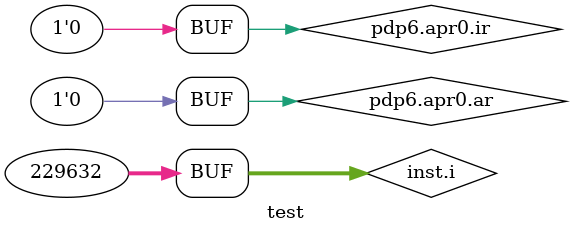
<source format=v>
`timescale 1ns/1ns

module test;
	reg reset;

	pdp6 pdp6(.clk(1'b0), .reset(reset));

	initial begin
		$dumpfile("inst.vcd");
		$dumpvars();
//		$monitor("ir=%o ir_uuo_a=%b ir_fpch=%b ir_2xx=%b ir_accp_V_memac=%b ir_boole=%b ir_hwt=%b ir_acbm=%b ir_iot_a=%b", pdp6.apr0.ir, pdp6.apr0.ir_uuo_a, pdp6.apr0.ir_fpch, pdp6.apr0.ir_2xx, pdp6.apr0.ir_accp_OR_memac, pdp6.apr0.ir_boole, pdp6.apr0.ir_hwt, pdp6.apr0.ir_acbm, pdp6.apr0.ir_iot_a);
//		$monitor("ir_%o ir_130=%o ir_131=%b ir_fsc=%b ir_cao=%b ir_ldci=%b ir_ldc=%b ir_dpci=%b ir_dpc=%b", pdp6.apr0.ir_130, pdp6.apr0.ir, pdp6.apr0.ir_131, pdp6.apr0.ir_fsc, pdp6.apr0.ir_cao, pdp6.apr0.ir_ldci, pdp6.apr0.ir_ldc, pdp6.apr0.ir_dpci, pdp6.apr0.ir_dpc);
	end

	initial begin: inst
		integer i;
		pdp6.apr0.ar = 0;
		pdp6.apr0.ir = 0;
		for(i = 0; i < 'o700; i = i + 1)
			#10 pdp6.apr0.ir[0:8] = i;
		for(i = 'o700000; i <= 'o700340; i = i + 'o000040)
			#10 pdp6.apr0.ir = i;
		#10;
	end
endmodule

</source>
